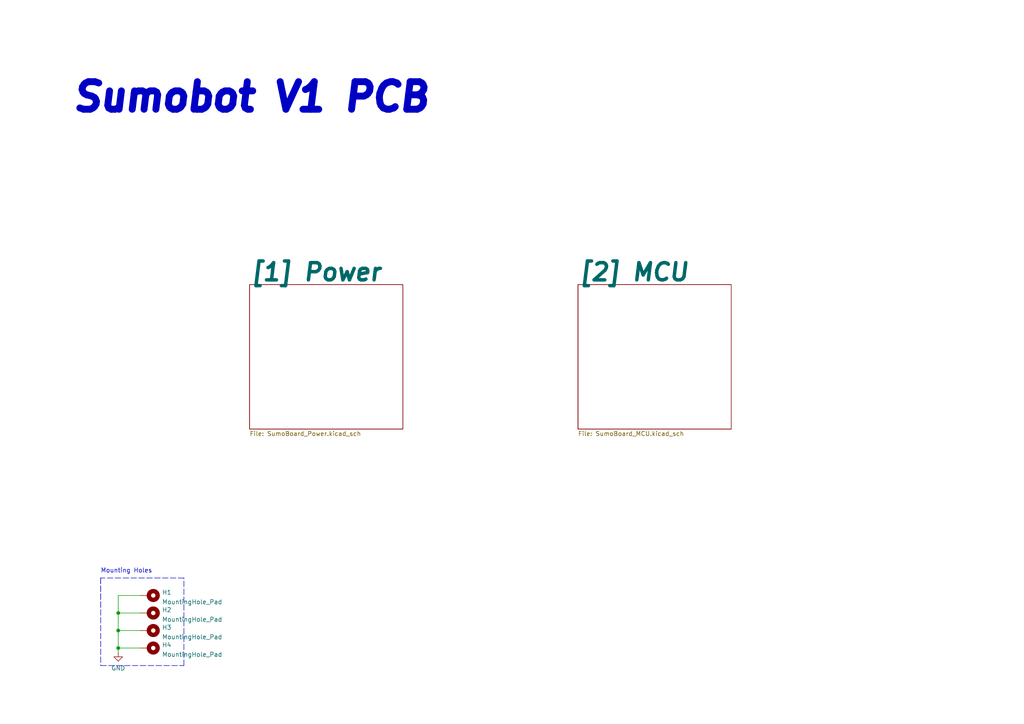
<source format=kicad_sch>
(kicad_sch (version 20211123) (generator eeschema)

  (uuid 4e1a7683-466d-4d67-bce5-496395f4b0d5)

  (paper "A4")

  (title_block
    (title "Sumobot PCB")
    (date "2022-02-04")
    (rev "1.0")
    (company "Armand Grigorian")
  )

  (lib_symbols
    (symbol "Mechanical:MountingHole_Pad" (pin_numbers hide) (pin_names (offset 1.016) hide) (in_bom yes) (on_board yes)
      (property "Reference" "H" (id 0) (at 0 6.35 0)
        (effects (font (size 1.27 1.27)))
      )
      (property "Value" "MountingHole_Pad" (id 1) (at 0 4.445 0)
        (effects (font (size 1.27 1.27)))
      )
      (property "Footprint" "" (id 2) (at 0 0 0)
        (effects (font (size 1.27 1.27)) hide)
      )
      (property "Datasheet" "~" (id 3) (at 0 0 0)
        (effects (font (size 1.27 1.27)) hide)
      )
      (property "ki_keywords" "mounting hole" (id 4) (at 0 0 0)
        (effects (font (size 1.27 1.27)) hide)
      )
      (property "ki_description" "Mounting Hole with connection" (id 5) (at 0 0 0)
        (effects (font (size 1.27 1.27)) hide)
      )
      (property "ki_fp_filters" "MountingHole*Pad*" (id 6) (at 0 0 0)
        (effects (font (size 1.27 1.27)) hide)
      )
      (symbol "MountingHole_Pad_0_1"
        (circle (center 0 1.27) (radius 1.27)
          (stroke (width 1.27) (type default) (color 0 0 0 0))
          (fill (type none))
        )
      )
      (symbol "MountingHole_Pad_1_1"
        (pin input line (at 0 -2.54 90) (length 2.54)
          (name "1" (effects (font (size 1.27 1.27))))
          (number "1" (effects (font (size 1.27 1.27))))
        )
      )
    )
    (symbol "power:GND" (power) (pin_names (offset 0)) (in_bom yes) (on_board yes)
      (property "Reference" "#PWR" (id 0) (at 0 -6.35 0)
        (effects (font (size 1.27 1.27)) hide)
      )
      (property "Value" "GND" (id 1) (at 0 -3.81 0)
        (effects (font (size 1.27 1.27)))
      )
      (property "Footprint" "" (id 2) (at 0 0 0)
        (effects (font (size 1.27 1.27)) hide)
      )
      (property "Datasheet" "" (id 3) (at 0 0 0)
        (effects (font (size 1.27 1.27)) hide)
      )
      (property "ki_keywords" "power-flag" (id 4) (at 0 0 0)
        (effects (font (size 1.27 1.27)) hide)
      )
      (property "ki_description" "Power symbol creates a global label with name \"GND\" , ground" (id 5) (at 0 0 0)
        (effects (font (size 1.27 1.27)) hide)
      )
      (symbol "GND_0_1"
        (polyline
          (pts
            (xy 0 0)
            (xy 0 -1.27)
            (xy 1.27 -1.27)
            (xy 0 -2.54)
            (xy -1.27 -1.27)
            (xy 0 -1.27)
          )
          (stroke (width 0) (type default) (color 0 0 0 0))
          (fill (type none))
        )
      )
      (symbol "GND_1_1"
        (pin power_in line (at 0 0 270) (length 0) hide
          (name "GND" (effects (font (size 1.27 1.27))))
          (number "1" (effects (font (size 1.27 1.27))))
        )
      )
    )
  )

  (junction (at 34.29 187.96) (diameter 0) (color 0 0 0 0)
    (uuid a8d50620-c060-40d5-8773-456d4eda671d)
  )
  (junction (at 34.29 182.88) (diameter 0) (color 0 0 0 0)
    (uuid aa9ffe2c-c872-4366-a2c3-3aa6c10e8647)
  )
  (junction (at 34.29 177.8) (diameter 0) (color 0 0 0 0)
    (uuid e81c0717-8f47-47e0-85d3-bbbced9f8683)
  )

  (polyline (pts (xy 29.21 167.64) (xy 29.21 193.04))
    (stroke (width 0) (type default) (color 0 0 0 0))
    (uuid 02a39025-3207-4913-9251-23685cb4501e)
  )
  (polyline (pts (xy 29.21 193.04) (xy 53.34 193.04))
    (stroke (width 0) (type default) (color 0 0 0 0))
    (uuid 058afa38-d9f2-45d4-b2d3-53ce1add5fd5)
  )
  (polyline (pts (xy 29.21 167.64) (xy 29.21 176.53))
    (stroke (width 0) (type default) (color 0 0 0 0))
    (uuid 47072e2c-30b0-4cfa-8944-5d5947eac41b)
  )

  (wire (pts (xy 34.29 187.96) (xy 34.29 189.23))
    (stroke (width 0) (type default) (color 0 0 0 0))
    (uuid 6fa93a9a-2e41-41a0-b2bd-250e201029aa)
  )
  (wire (pts (xy 34.29 187.96) (xy 40.64 187.96))
    (stroke (width 0) (type default) (color 0 0 0 0))
    (uuid 773c8e84-b032-4882-a787-4a6b6162138b)
  )
  (polyline (pts (xy 29.21 167.64) (xy 29.21 172.72))
    (stroke (width 0) (type default) (color 0 0 0 0))
    (uuid 7ce62ac4-70cd-46dc-8321-1b8dd9edd679)
  )

  (wire (pts (xy 34.29 177.8) (xy 40.64 177.8))
    (stroke (width 0) (type default) (color 0 0 0 0))
    (uuid 7fbe02b6-722f-43d6-8855-ec0fb7caf3ac)
  )
  (wire (pts (xy 40.64 172.72) (xy 34.29 172.72))
    (stroke (width 0) (type default) (color 0 0 0 0))
    (uuid 95d28726-2b1b-4c7c-bc1f-67050f212623)
  )
  (wire (pts (xy 34.29 172.72) (xy 34.29 177.8))
    (stroke (width 0) (type default) (color 0 0 0 0))
    (uuid 9e1f7ff7-b296-48d8-9e4a-24cfc15c88bd)
  )
  (wire (pts (xy 34.29 177.8) (xy 34.29 182.88))
    (stroke (width 0) (type default) (color 0 0 0 0))
    (uuid a6e12093-3180-45d3-9357-62d7a1b770c8)
  )
  (wire (pts (xy 34.29 182.88) (xy 34.29 187.96))
    (stroke (width 0) (type default) (color 0 0 0 0))
    (uuid c6ca485f-8b50-4e23-aa73-6cd914c1f54a)
  )
  (wire (pts (xy 34.29 182.88) (xy 40.64 182.88))
    (stroke (width 0) (type default) (color 0 0 0 0))
    (uuid d183f1a5-7c8e-40ab-b7b9-d30add57bcf6)
  )
  (polyline (pts (xy 53.34 167.64) (xy 29.21 167.64))
    (stroke (width 0) (type default) (color 0 0 0 0))
    (uuid f254230e-b5d0-4b7f-a403-74465ebc9980)
  )
  (polyline (pts (xy 53.34 193.04) (xy 53.34 167.64))
    (stroke (width 0) (type default) (color 0 0 0 0))
    (uuid ffd3e601-9f4f-4325-abf5-ab832692d958)
  )

  (text "Mounting Holes" (at 29.21 166.37 0)
    (effects (font (size 1.27 1.27)) (justify left bottom))
    (uuid 5ae782b9-6ca9-46fd-a59f-e824a3203459)
  )
  (text "Sumobot V1 PCB" (at 20.32 33.02 0)
    (effects (font (size 8 8) (thickness 2) bold italic) (justify left bottom))
    (uuid de402818-c6dd-47f1-8e14-ad40c7a43913)
  )

  (symbol (lib_id "Mechanical:MountingHole_Pad") (at 43.18 177.8 270) (unit 1)
    (in_bom yes) (on_board yes) (fields_autoplaced)
    (uuid 0ddf99c1-f9be-4c2e-b9f1-64451b49b198)
    (property "Reference" "H2" (id 0) (at 46.99 176.8915 90)
      (effects (font (size 1.27 1.27)) (justify left))
    )
    (property "Value" "MountingHole_Pad" (id 1) (at 46.99 179.6666 90)
      (effects (font (size 1.27 1.27)) (justify left))
    )
    (property "Footprint" "MountingHole:MountingHole_3.2mm_M3_Pad_Via" (id 2) (at 43.18 177.8 0)
      (effects (font (size 1.27 1.27)) hide)
    )
    (property "Datasheet" "~" (id 3) (at 43.18 177.8 0)
      (effects (font (size 1.27 1.27)) hide)
    )
    (pin "1" (uuid 74d202f8-f2a1-4fc4-9978-d8622a5bacdb))
  )

  (symbol (lib_id "power:GND") (at 34.29 189.23 0) (unit 1)
    (in_bom yes) (on_board yes) (fields_autoplaced)
    (uuid 6931de26-6074-49d1-8d64-28b0c43cc332)
    (property "Reference" "#PWR01" (id 0) (at 34.29 195.58 0)
      (effects (font (size 1.27 1.27)) hide)
    )
    (property "Value" "GND" (id 1) (at 34.29 193.7925 0))
    (property "Footprint" "" (id 2) (at 34.29 189.23 0)
      (effects (font (size 1.27 1.27)) hide)
    )
    (property "Datasheet" "" (id 3) (at 34.29 189.23 0)
      (effects (font (size 1.27 1.27)) hide)
    )
    (pin "1" (uuid a3578c2f-badf-432c-935f-ab3f649dbd13))
  )

  (symbol (lib_id "Mechanical:MountingHole_Pad") (at 43.18 172.72 270) (unit 1)
    (in_bom yes) (on_board yes) (fields_autoplaced)
    (uuid a5927809-8d33-4d71-903f-47b3ae2b769b)
    (property "Reference" "H1" (id 0) (at 46.99 171.8115 90)
      (effects (font (size 1.27 1.27)) (justify left))
    )
    (property "Value" "MountingHole_Pad" (id 1) (at 46.99 174.5866 90)
      (effects (font (size 1.27 1.27)) (justify left))
    )
    (property "Footprint" "MountingHole:MountingHole_3.2mm_M3_Pad_Via" (id 2) (at 43.18 172.72 0)
      (effects (font (size 1.27 1.27)) hide)
    )
    (property "Datasheet" "~" (id 3) (at 43.18 172.72 0)
      (effects (font (size 1.27 1.27)) hide)
    )
    (pin "1" (uuid 2cb2b4d4-1879-43ca-a723-0f418a3483c7))
  )

  (symbol (lib_id "Mechanical:MountingHole_Pad") (at 43.18 182.88 270) (unit 1)
    (in_bom yes) (on_board yes) (fields_autoplaced)
    (uuid c5ebc04c-fd57-42f3-9e0f-99aa35052515)
    (property "Reference" "H3" (id 0) (at 46.99 181.9715 90)
      (effects (font (size 1.27 1.27)) (justify left))
    )
    (property "Value" "MountingHole_Pad" (id 1) (at 46.99 184.7466 90)
      (effects (font (size 1.27 1.27)) (justify left))
    )
    (property "Footprint" "MountingHole:MountingHole_3.2mm_M3_Pad_Via" (id 2) (at 43.18 182.88 0)
      (effects (font (size 1.27 1.27)) hide)
    )
    (property "Datasheet" "~" (id 3) (at 43.18 182.88 0)
      (effects (font (size 1.27 1.27)) hide)
    )
    (pin "1" (uuid 2bcf7030-6939-4e56-9c42-6938fa77dd83))
  )

  (symbol (lib_id "Mechanical:MountingHole_Pad") (at 43.18 187.96 270) (unit 1)
    (in_bom yes) (on_board yes) (fields_autoplaced)
    (uuid effe6b9c-b747-4f05-b740-3be23670c9ea)
    (property "Reference" "H4" (id 0) (at 46.99 187.0515 90)
      (effects (font (size 1.27 1.27)) (justify left))
    )
    (property "Value" "MountingHole_Pad" (id 1) (at 46.99 189.8266 90)
      (effects (font (size 1.27 1.27)) (justify left))
    )
    (property "Footprint" "MountingHole:MountingHole_3.2mm_M3_Pad_Via" (id 2) (at 43.18 187.96 0)
      (effects (font (size 1.27 1.27)) hide)
    )
    (property "Datasheet" "~" (id 3) (at 43.18 187.96 0)
      (effects (font (size 1.27 1.27)) hide)
    )
    (pin "1" (uuid c8fe10dc-8ea5-4cb8-b588-d080d61640d6))
  )

  (sheet (at 72.39 82.55) (size 44.45 41.91) (fields_autoplaced)
    (stroke (width 0.1524) (type solid) (color 0 0 0 0))
    (fill (color 0 0 0 0.0000))
    (uuid 4110e71c-ac60-4e49-a67d-42ff60f3a0ba)
    (property "Sheet name" "[1] Power" (id 0) (at 72.39 81.8384 0)
      (effects (font (size 5 5) bold italic) (justify left bottom))
    )
    (property "Sheet file" "SumoBoard_Power.kicad_sch" (id 1) (at 72.39 125.0446 0)
      (effects (font (size 1.27 1.27)) (justify left top))
    )
  )

  (sheet (at 167.64 82.55) (size 44.45 41.91) (fields_autoplaced)
    (stroke (width 0.1524) (type solid) (color 0 0 0 0))
    (fill (color 0 0 0 0.0000))
    (uuid 449f6118-0d90-4e5f-91a6-2d0fd0775fd4)
    (property "Sheet name" "[2] MCU" (id 0) (at 167.64 81.8384 0)
      (effects (font (size 5 5) bold italic) (justify left bottom))
    )
    (property "Sheet file" "SumoBoard_MCU.kicad_sch" (id 1) (at 167.64 125.0446 0)
      (effects (font (size 1.27 1.27)) (justify left top))
    )
  )

  (sheet_instances
    (path "/" (page "1"))
    (path "/4110e71c-ac60-4e49-a67d-42ff60f3a0ba" (page "2"))
    (path "/449f6118-0d90-4e5f-91a6-2d0fd0775fd4" (page "3"))
  )

  (symbol_instances
    (path "/6931de26-6074-49d1-8d64-28b0c43cc332"
      (reference "#PWR01") (unit 1) (value "GND") (footprint "")
    )
    (path "/4110e71c-ac60-4e49-a67d-42ff60f3a0ba/0a4c4a6d-2b9a-46b9-8734-abd24ada92f6"
      (reference "#PWR0102") (unit 1) (value "GND") (footprint "")
    )
    (path "/4110e71c-ac60-4e49-a67d-42ff60f3a0ba/cdbecdce-309d-4dda-8819-14de35446f42"
      (reference "#PWR0103") (unit 1) (value "+7.5V") (footprint "")
    )
    (path "/4110e71c-ac60-4e49-a67d-42ff60f3a0ba/94b3c1d5-b7d2-484e-a699-4dd47379e874"
      (reference "#PWR0104") (unit 1) (value "GND") (footprint "")
    )
    (path "/4110e71c-ac60-4e49-a67d-42ff60f3a0ba/8e78e438-73b3-4ec7-8ffc-8dcb85f53a31"
      (reference "#PWR0105") (unit 1) (value "GND") (footprint "")
    )
    (path "/4110e71c-ac60-4e49-a67d-42ff60f3a0ba/357ef142-55ac-4736-a27c-653ee12e1c46"
      (reference "#PWR0108") (unit 1) (value "+3.3V") (footprint "")
    )
    (path "/4110e71c-ac60-4e49-a67d-42ff60f3a0ba/938a6a2d-49e4-425f-bf83-e5975fd6be8d"
      (reference "#PWR0109") (unit 1) (value "GND") (footprint "")
    )
    (path "/449f6118-0d90-4e5f-91a6-2d0fd0775fd4/1b776c94-fc3e-44c1-86f7-337d66a0743e"
      (reference "#PWR0201") (unit 1) (value "+3V3") (footprint "")
    )
    (path "/449f6118-0d90-4e5f-91a6-2d0fd0775fd4/6eafb95a-2336-47e3-a3f2-d35cb012174a"
      (reference "#PWR0202") (unit 1) (value "GND") (footprint "")
    )
    (path "/449f6118-0d90-4e5f-91a6-2d0fd0775fd4/23078653-9cf6-4928-a69e-7de7dfaef250"
      (reference "#PWR0203") (unit 1) (value "GND") (footprint "")
    )
    (path "/449f6118-0d90-4e5f-91a6-2d0fd0775fd4/a8f675a1-594b-4635-aef0-0bdd5268274d"
      (reference "#PWR0204") (unit 1) (value "GND") (footprint "")
    )
    (path "/449f6118-0d90-4e5f-91a6-2d0fd0775fd4/e5473566-b705-4fc8-b31b-c568f9aeb16f"
      (reference "#PWR0205") (unit 1) (value "GND") (footprint "")
    )
    (path "/449f6118-0d90-4e5f-91a6-2d0fd0775fd4/3524bd44-1d29-4b7b-8a4e-e1cd47d8e2d0"
      (reference "#PWR0206") (unit 1) (value "GND") (footprint "")
    )
    (path "/449f6118-0d90-4e5f-91a6-2d0fd0775fd4/ab1908aa-b14d-48bc-9f59-703cbcaab7cf"
      (reference "#PWR0207") (unit 1) (value "+3V3") (footprint "")
    )
    (path "/449f6118-0d90-4e5f-91a6-2d0fd0775fd4/46826226-fe9b-41ab-b19d-1afaa2ef4245"
      (reference "#PWR0208") (unit 1) (value "+3V3") (footprint "")
    )
    (path "/449f6118-0d90-4e5f-91a6-2d0fd0775fd4/c4e3bc1b-3040-4297-b386-5a468bc88c72"
      (reference "#PWR0209") (unit 1) (value "+3V3") (footprint "")
    )
    (path "/449f6118-0d90-4e5f-91a6-2d0fd0775fd4/83ca38e8-03db-44e4-b409-c74dab727655"
      (reference "#PWR0210") (unit 1) (value "GND") (footprint "")
    )
    (path "/449f6118-0d90-4e5f-91a6-2d0fd0775fd4/4959a332-d1c4-4d77-b60f-7cfe4144fd5c"
      (reference "#PWR0211") (unit 1) (value "GND") (footprint "")
    )
    (path "/449f6118-0d90-4e5f-91a6-2d0fd0775fd4/20b1a015-cfd5-4fa0-bca6-2ba2ebe76268"
      (reference "#PWR0212") (unit 1) (value "GND") (footprint "")
    )
    (path "/449f6118-0d90-4e5f-91a6-2d0fd0775fd4/9baa3598-1329-4ecb-90e0-48f270f26b1d"
      (reference "#PWR0213") (unit 1) (value "+3V3") (footprint "")
    )
    (path "/449f6118-0d90-4e5f-91a6-2d0fd0775fd4/70e4a5c1-ef0b-49f7-bc1c-4114890b7d31"
      (reference "#PWR0214") (unit 1) (value "+3V3") (footprint "")
    )
    (path "/449f6118-0d90-4e5f-91a6-2d0fd0775fd4/f60b6145-9474-49a6-a49b-7e70bc79e7b5"
      (reference "#PWR0215") (unit 1) (value "GND") (footprint "")
    )
    (path "/449f6118-0d90-4e5f-91a6-2d0fd0775fd4/b062efdd-36ec-44cf-aed5-dac080faa12c"
      (reference "#PWR0216") (unit 1) (value "GND") (footprint "")
    )
    (path "/449f6118-0d90-4e5f-91a6-2d0fd0775fd4/5f302ca3-9cdd-4897-8777-d1879bb962dc"
      (reference "#PWR0217") (unit 1) (value "GND") (footprint "")
    )
    (path "/449f6118-0d90-4e5f-91a6-2d0fd0775fd4/09a6db3b-2f2e-49fa-9f63-c42f43dff611"
      (reference "#PWR0218") (unit 1) (value "+3V3") (footprint "")
    )
    (path "/449f6118-0d90-4e5f-91a6-2d0fd0775fd4/24f1fdde-1857-4c4a-87dd-8357a9fd7e7c"
      (reference "#PWR0219") (unit 1) (value "GND") (footprint "")
    )
    (path "/449f6118-0d90-4e5f-91a6-2d0fd0775fd4/292a7663-8ba4-4680-a4b9-031ee4118f85"
      (reference "#PWR0220") (unit 1) (value "+3V3") (footprint "")
    )
    (path "/449f6118-0d90-4e5f-91a6-2d0fd0775fd4/24912925-28cc-46df-9636-6101587729dc"
      (reference "#PWR0221") (unit 1) (value "GND") (footprint "")
    )
    (path "/449f6118-0d90-4e5f-91a6-2d0fd0775fd4/c4cb750e-f031-42c9-b908-29b2e5cc54d2"
      (reference "#PWR0222") (unit 1) (value "GND") (footprint "")
    )
    (path "/449f6118-0d90-4e5f-91a6-2d0fd0775fd4/9f75fa23-3c05-42e5-bb05-980b4cc96040"
      (reference "#PWR0223") (unit 1) (value "GND") (footprint "")
    )
    (path "/449f6118-0d90-4e5f-91a6-2d0fd0775fd4/a73447f8-cd75-456e-b40a-184066195405"
      (reference "#PWR0224") (unit 1) (value "+7.5V") (footprint "")
    )
    (path "/449f6118-0d90-4e5f-91a6-2d0fd0775fd4/bd908d11-346f-4e54-93bd-96b4d30d47ac"
      (reference "#PWR0225") (unit 1) (value "+3V3") (footprint "")
    )
    (path "/449f6118-0d90-4e5f-91a6-2d0fd0775fd4/e5c4d152-9469-4967-a49e-3632240f8c7c"
      (reference "#PWR0226") (unit 1) (value "GND") (footprint "")
    )
    (path "/449f6118-0d90-4e5f-91a6-2d0fd0775fd4/83138355-0ee4-48e2-8219-63ed34b99375"
      (reference "#PWR0227") (unit 1) (value "+3V3") (footprint "")
    )
    (path "/449f6118-0d90-4e5f-91a6-2d0fd0775fd4/e7e8315f-5e5b-45b2-9fdc-52e2fbb80a87"
      (reference "#PWR0228") (unit 1) (value "GND") (footprint "")
    )
    (path "/4110e71c-ac60-4e49-a67d-42ff60f3a0ba/25fb5ad6-baf8-4ec5-ab75-fbbcf45142be"
      (reference "C101") (unit 1) (value "22u") (footprint "Capacitor_SMD:C_0805_2012Metric_Pad1.18x1.45mm_HandSolder")
    )
    (path "/4110e71c-ac60-4e49-a67d-42ff60f3a0ba/bf11fd6d-3a52-4f73-bbd1-148c5ec95a0a"
      (reference "C102") (unit 1) (value "22u") (footprint "Capacitor_SMD:C_0805_2012Metric_Pad1.18x1.45mm_HandSolder")
    )
    (path "/449f6118-0d90-4e5f-91a6-2d0fd0775fd4/3a9cf34e-4cf2-4917-be0b-271f0c08017d"
      (reference "C201") (unit 1) (value "10u") (footprint "Capacitor_SMD:C_0402_1005Metric_Pad0.74x0.62mm_HandSolder")
    )
    (path "/449f6118-0d90-4e5f-91a6-2d0fd0775fd4/ac714624-422e-4529-886f-ccb5defaa57b"
      (reference "C202") (unit 1) (value "20p") (footprint "Capacitor_SMD:C_0402_1005Metric_Pad0.74x0.62mm_HandSolder")
    )
    (path "/449f6118-0d90-4e5f-91a6-2d0fd0775fd4/b34f1bb8-94dd-464d-8429-1fae1c4df27c"
      (reference "C203") (unit 1) (value "100n") (footprint "Capacitor_SMD:C_0402_1005Metric_Pad0.74x0.62mm_HandSolder")
    )
    (path "/449f6118-0d90-4e5f-91a6-2d0fd0775fd4/4a643947-f79c-4302-8303-b442352151d5"
      (reference "C204") (unit 1) (value "100n") (footprint "Capacitor_SMD:C_0402_1005Metric_Pad0.74x0.62mm_HandSolder")
    )
    (path "/449f6118-0d90-4e5f-91a6-2d0fd0775fd4/e15cf830-3c5c-47ff-9101-b2fa16a73ebe"
      (reference "C205") (unit 1) (value "20p") (footprint "Capacitor_SMD:C_0402_1005Metric_Pad0.74x0.62mm_HandSolder")
    )
    (path "/449f6118-0d90-4e5f-91a6-2d0fd0775fd4/4ba613d9-7d6c-4cfa-86f3-65930482ab5d"
      (reference "C206") (unit 1) (value "100n") (footprint "Capacitor_SMD:C_0402_1005Metric_Pad0.74x0.62mm_HandSolder")
    )
    (path "/449f6118-0d90-4e5f-91a6-2d0fd0775fd4/7904b9db-5592-4f04-a0f1-cf096c4bcb7c"
      (reference "C207") (unit 1) (value "100n") (footprint "Capacitor_SMD:C_0402_1005Metric_Pad0.74x0.62mm_HandSolder")
    )
    (path "/449f6118-0d90-4e5f-91a6-2d0fd0775fd4/f4d9e5a8-f309-4111-81ae-e14a13e4c7bc"
      (reference "C208") (unit 1) (value "100n") (footprint "Capacitor_SMD:C_0805_2012Metric_Pad1.18x1.45mm_HandSolder")
    )
    (path "/449f6118-0d90-4e5f-91a6-2d0fd0775fd4/84af68b8-cb8f-4dcd-afc9-611580baaf90"
      (reference "C209") (unit 1) (value "10u") (footprint "Capacitor_SMD:C_0805_2012Metric_Pad1.18x1.45mm_HandSolder")
    )
    (path "/4110e71c-ac60-4e49-a67d-42ff60f3a0ba/d9e60079-abdd-4f12-b444-d8f864d0b6ff"
      (reference "D101") (unit 1) (value "GREEN") (footprint "LED_SMD:LED_0805_2012Metric_Pad1.15x1.40mm_HandSolder")
    )
    (path "/449f6118-0d90-4e5f-91a6-2d0fd0775fd4/e64015e5-a482-491c-9fef-c99172dc009d"
      (reference "D201") (unit 1) (value "BLUE") (footprint "LED_SMD:LED_0805_2012Metric_Pad1.15x1.40mm_HandSolder")
    )
    (path "/a5927809-8d33-4d71-903f-47b3ae2b769b"
      (reference "H1") (unit 1) (value "MountingHole_Pad") (footprint "MountingHole:MountingHole_3.2mm_M3_Pad_Via")
    )
    (path "/0ddf99c1-f9be-4c2e-b9f1-64451b49b198"
      (reference "H2") (unit 1) (value "MountingHole_Pad") (footprint "MountingHole:MountingHole_3.2mm_M3_Pad_Via")
    )
    (path "/c5ebc04c-fd57-42f3-9e0f-99aa35052515"
      (reference "H3") (unit 1) (value "MountingHole_Pad") (footprint "MountingHole:MountingHole_3.2mm_M3_Pad_Via")
    )
    (path "/effe6b9c-b747-4f05-b740-3be23670c9ea"
      (reference "H4") (unit 1) (value "MountingHole_Pad") (footprint "MountingHole:MountingHole_3.2mm_M3_Pad_Via")
    )
    (path "/4110e71c-ac60-4e49-a67d-42ff60f3a0ba/87972d58-b096-45de-8755-0f72cf8c5f65"
      (reference "IC101") (unit 1) (value "LMS8117AMP-3.3_NOPB") (footprint "SamacSys_Parts:SOT230P700X180-4N")
    )
    (path "/449f6118-0d90-4e5f-91a6-2d0fd0775fd4/a2453869-af65-49c8-8d90-5836ebc9ca12"
      (reference "J201") (unit 1) (value "Conn_01x03") (footprint "Connector_Molex:Molex_KK-254_AE-6410-03A_1x03_P2.54mm_Vertical")
    )
    (path "/449f6118-0d90-4e5f-91a6-2d0fd0775fd4/309689f1-b76f-48b1-9148-9eefd9c300cd"
      (reference "J202") (unit 1) (value "Conn_01x03") (footprint "Connector_Molex:Molex_KK-254_AE-6410-03A_1x03_P2.54mm_Vertical")
    )
    (path "/449f6118-0d90-4e5f-91a6-2d0fd0775fd4/fbe8653a-4262-4873-bcda-2bcce1ea33c6"
      (reference "J203") (unit 1) (value "Conn_01x03") (footprint "Connector_Molex:Molex_KK-254_AE-6410-03A_1x03_P2.54mm_Vertical")
    )
    (path "/449f6118-0d90-4e5f-91a6-2d0fd0775fd4/08b1de4c-7f19-48f2-a7bf-9e1148dc0d21"
      (reference "J204") (unit 1) (value "Conn_01x03") (footprint "Connector_Molex:Molex_KK-254_AE-6410-03A_1x03_P2.54mm_Vertical")
    )
    (path "/449f6118-0d90-4e5f-91a6-2d0fd0775fd4/5ddada63-af6d-4fae-914c-c59b2f6c23d2"
      (reference "J205") (unit 1) (value "Conn_01x03") (footprint "Connector_Molex:Molex_KK-254_AE-6410-03A_1x03_P2.54mm_Vertical")
    )
    (path "/449f6118-0d90-4e5f-91a6-2d0fd0775fd4/e24f0893-3fcc-45d3-b69b-d58f9cc96200"
      (reference "J206") (unit 1) (value "Conn_01x08") (footprint "Connector_PinSocket_2.54mm:PinSocket_1x08_P2.54mm_Vertical")
    )
    (path "/449f6118-0d90-4e5f-91a6-2d0fd0775fd4/2d76e7df-5135-44eb-9c63-ce8955f6a8bb"
      (reference "J207") (unit 1) (value "Conn_02x04_Odd_Even") (footprint "Connector_PinHeader_2.54mm:PinHeader_2x04_P2.54mm_Vertical")
    )
    (path "/449f6118-0d90-4e5f-91a6-2d0fd0775fd4/76818683-6d1a-43c4-a767-18171506261c"
      (reference "J208") (unit 1) (value "Conn_02x03_Odd_Even") (footprint "Connector_PinHeader_2.54mm:PinHeader_2x03_P2.54mm_Vertical")
    )
    (path "/449f6118-0d90-4e5f-91a6-2d0fd0775fd4/3634acc5-1d40-409a-b593-f224d9318583"
      (reference "J209") (unit 1) (value "Conn_01x08") (footprint "Connector_PinSocket_2.54mm:PinSocket_1x08_P2.54mm_Vertical")
    )
    (path "/449f6118-0d90-4e5f-91a6-2d0fd0775fd4/75bfcaa8-66a5-417b-8d52-62743f7257e0"
      (reference "J210") (unit 1) (value "Conn_01x02") (footprint "Connector_Molex:Molex_KK-254_AE-6410-02A_1x02_P2.54mm_Vertical")
    )
    (path "/449f6118-0d90-4e5f-91a6-2d0fd0775fd4/2f6f77f8-1c1a-448f-be05-8c68dfc12e24"
      (reference "J211") (unit 1) (value "Conn_01x02") (footprint "Connector_Molex:Molex_KK-254_AE-6410-02A_1x02_P2.54mm_Vertical")
    )
    (path "/4110e71c-ac60-4e49-a67d-42ff60f3a0ba/86236bf4-6411-42bf-88a6-b20321813386"
      (reference "J212") (unit 1) (value "Conn_01x02") (footprint "Connector_PinHeader_2.54mm:PinHeader_1x02_P2.54mm_Vertical")
    )
    (path "/4110e71c-ac60-4e49-a67d-42ff60f3a0ba/318a9e84-f8e3-4357-8de7-8d286216f2e1"
      (reference "Q101") (unit 1) (value "AO3401A") (footprint "Package_TO_SOT_SMD:SOT-23")
    )
    (path "/4110e71c-ac60-4e49-a67d-42ff60f3a0ba/ef620964-b4f7-4670-8fb8-90704f56d0d1"
      (reference "R104") (unit 1) (value "1k") (footprint "Resistor_SMD:R_0805_2012Metric_Pad1.20x1.40mm_HandSolder")
    )
    (path "/449f6118-0d90-4e5f-91a6-2d0fd0775fd4/776c0733-3686-4a17-8e78-bc453440ed0b"
      (reference "R201") (unit 1) (value "390") (footprint "Resistor_SMD:R_0402_1005Metric_Pad0.72x0.64mm_HandSolder")
    )
    (path "/449f6118-0d90-4e5f-91a6-2d0fd0775fd4/29c1570b-e9fb-4f6e-961c-18d54d635d31"
      (reference "R202") (unit 1) (value "1k") (footprint "Resistor_SMD:R_0805_2012Metric_Pad1.20x1.40mm_HandSolder")
    )
    (path "/449f6118-0d90-4e5f-91a6-2d0fd0775fd4/3290d6a5-fe73-4adf-8f25-1d09af708f67"
      (reference "R203") (unit 1) (value "49R9") (footprint "Resistor_SMD:R_0805_2012Metric_Pad1.20x1.40mm_HandSolder")
    )
    (path "/449f6118-0d90-4e5f-91a6-2d0fd0775fd4/f766575c-e508-4b49-8998-c17e57245b58"
      (reference "R204") (unit 1) (value "49R9") (footprint "Resistor_SMD:R_0805_2012Metric_Pad1.20x1.40mm_HandSolder")
    )
    (path "/449f6118-0d90-4e5f-91a6-2d0fd0775fd4/5dc92129-cce3-4b78-a54e-c1dea2f9e0b4"
      (reference "R205") (unit 1) (value "49R9") (footprint "Resistor_SMD:R_0805_2012Metric_Pad1.20x1.40mm_HandSolder")
    )
    (path "/449f6118-0d90-4e5f-91a6-2d0fd0775fd4/2c831197-3673-4a55-945e-4f3263f57df0"
      (reference "U201") (unit 1) (value "STM32G0B1CET6N") (footprint "STM32G0B1CE6TN:STM32G0B1CET6N")
    )
    (path "/449f6118-0d90-4e5f-91a6-2d0fd0775fd4/3e7aa0d2-ce4a-40ba-806a-2a370f118c6b"
      (reference "Y201") (unit 1) (value "16MHz") (footprint "Crystal:Crystal_SMD_SeikoEpson_FA238-4Pin_3.2x2.5mm_HandSoldering")
    )
  )
)

</source>
